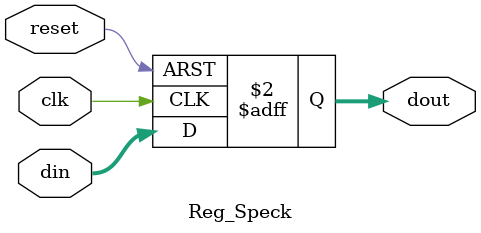
<source format=v>
`timescale 1ns / 1ps

module Reg_Speck(din,
                 dout,
                 clk,
                 reset
    );
    input[63:0] din;
    input clk,reset;
    output reg [63:0] dout;
    
    always @ (posedge clk or posedge reset)
    begin
         if (reset)
         dout=64'd0;
         else
         dout= din;
    end
        
endmodule

</source>
